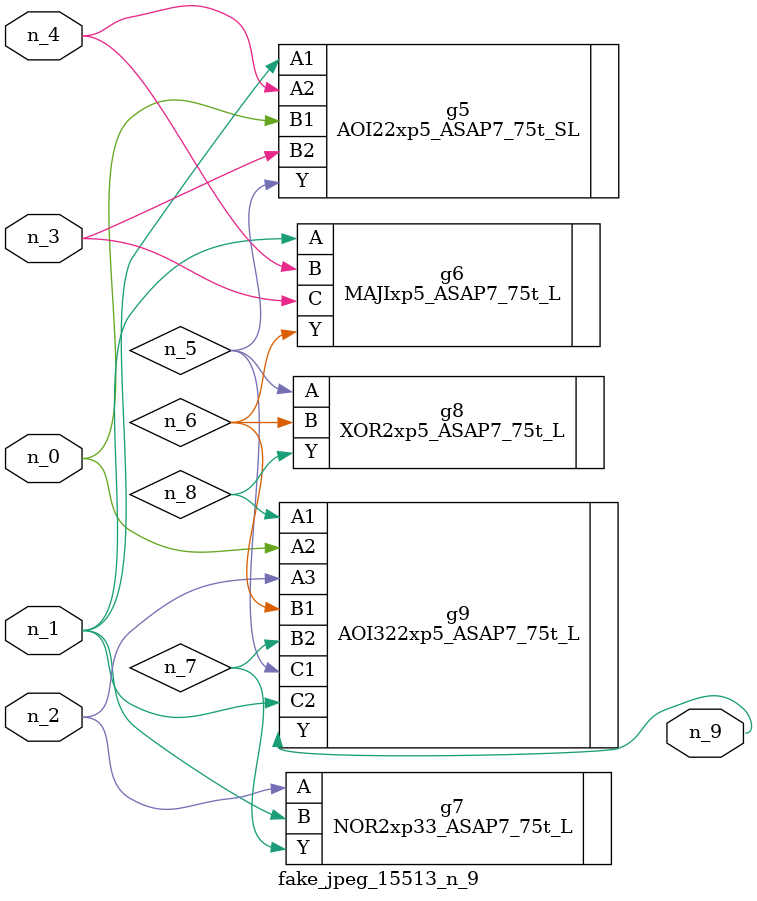
<source format=v>
module fake_jpeg_15513_n_9 (n_3, n_2, n_1, n_0, n_4, n_9);

input n_3;
input n_2;
input n_1;
input n_0;
input n_4;

output n_9;

wire n_8;
wire n_6;
wire n_5;
wire n_7;

AOI22xp5_ASAP7_75t_SL g5 ( 
.A1(n_1),
.A2(n_4),
.B1(n_0),
.B2(n_3),
.Y(n_5)
);

MAJIxp5_ASAP7_75t_L g6 ( 
.A(n_1),
.B(n_4),
.C(n_3),
.Y(n_6)
);

NOR2xp33_ASAP7_75t_L g7 ( 
.A(n_2),
.B(n_1),
.Y(n_7)
);

XOR2xp5_ASAP7_75t_L g8 ( 
.A(n_5),
.B(n_6),
.Y(n_8)
);

AOI322xp5_ASAP7_75t_L g9 ( 
.A1(n_8),
.A2(n_0),
.A3(n_2),
.B1(n_6),
.B2(n_7),
.C1(n_5),
.C2(n_1),
.Y(n_9)
);


endmodule
</source>
